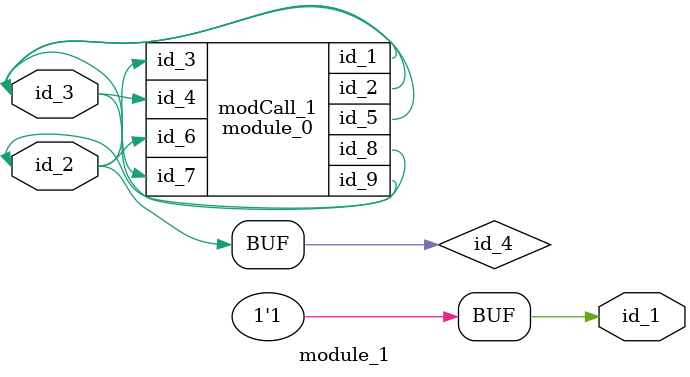
<source format=v>
module module_0 (
    id_1,
    id_2,
    id_3,
    id_4,
    id_5,
    id_6,
    id_7,
    id_8,
    id_9
);
  output wire id_9;
  output wire id_8;
  input wire id_7;
  input wire id_6;
  output wire id_5;
  input wire id_4;
  input wire id_3;
  output wire id_2;
  output wire id_1;
endmodule
module module_1 (
    id_1,
    id_2,
    id_3
);
  inout wire id_3;
  inout wire id_2;
  output wire id_1;
  wire id_4 = (id_2);
  module_0 modCall_1 (
      id_3,
      id_3,
      id_4,
      id_3,
      id_3,
      id_4,
      id_3,
      id_2,
      id_3
  );
  assign id_1 = 1;
  wire id_5;
endmodule

</source>
